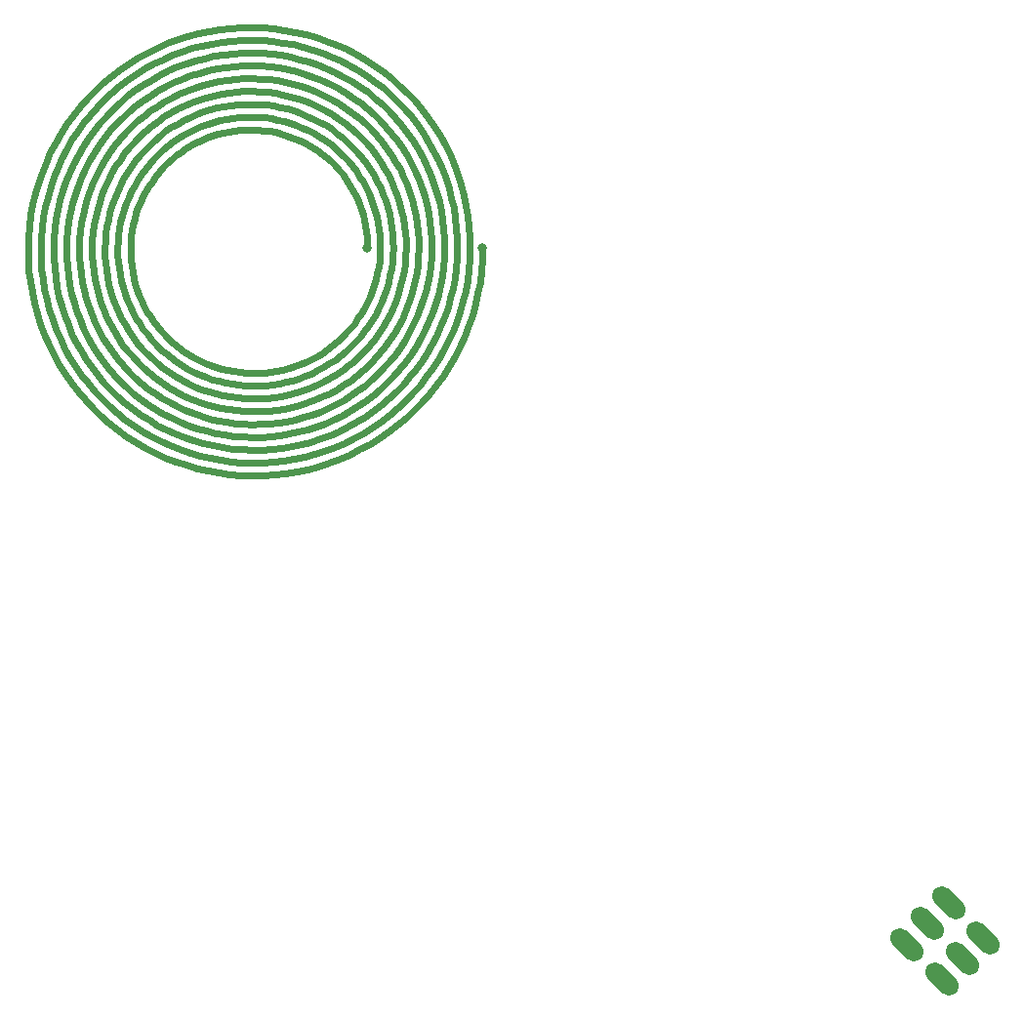
<source format=gtl>
G04 #@! TF.GenerationSoftware,KiCad,Pcbnew,8.0.4-1.fc40*
G04 #@! TF.CreationDate,2024-10-03T15:30:26-07:00*
G04 #@! TF.ProjectId,2024-rfid-sao,32303234-2d72-4666-9964-2d73616f2e6b,rev?*
G04 #@! TF.SameCoordinates,Original*
G04 #@! TF.FileFunction,Copper,L1,Top*
G04 #@! TF.FilePolarity,Positive*
%FSLAX46Y46*%
G04 Gerber Fmt 4.6, Leading zero omitted, Abs format (unit mm)*
G04 Created by KiCad (PCBNEW 8.0.4-1.fc40) date 2024-10-03 15:30:26*
%MOMM*%
%LPD*%
G01*
G04 APERTURE LIST*
G04 Aperture macros list*
%AMHorizOval*
0 Thick line with rounded ends*
0 $1 width*
0 $2 $3 position (X,Y) of the first rounded end (center of the circle)*
0 $4 $5 position (X,Y) of the second rounded end (center of the circle)*
0 Add line between two ends*
20,1,$1,$2,$3,$4,$5,0*
0 Add two circle primitives to create the rounded ends*
1,1,$1,$2,$3*
1,1,$1,$4,$5*%
G04 Aperture macros list end*
G04 #@! TA.AperFunction,EtchedComponent*
%ADD10C,0.600000*%
G04 #@! TD*
G04 #@! TA.AperFunction,ComponentPad*
%ADD11C,0.800000*%
G04 #@! TD*
G04 #@! TA.AperFunction,ComponentPad*
%ADD12HorizOval,1.700000X0.601041X-0.601041X-0.601041X0.601041X0*%
G04 #@! TD*
G04 APERTURE END LIST*
D10*
G04 #@! TO.C,L1*
X54215828Y-110910272D02*
X54247920Y-109956605D01*
X54230580Y-111864791D02*
X54215828Y-110910272D01*
X54247920Y-109956605D02*
X54326736Y-109006085D01*
X54292181Y-112817862D02*
X54230580Y-111864791D01*
X54326736Y-109006085D02*
X54452045Y-108061001D01*
X54400525Y-113767185D02*
X54292181Y-112817862D01*
X54452045Y-108061001D02*
X54623503Y-107123624D01*
X54555393Y-114710468D02*
X54400525Y-113767185D01*
X54623503Y-107123624D02*
X54840656Y-106196204D01*
X54756452Y-115645432D02*
X54555393Y-114710468D01*
X54840656Y-106196204D02*
X55102940Y-105280967D01*
X55003259Y-116569815D02*
X54756452Y-115645432D01*
X55102940Y-105280967D02*
X55409683Y-104380107D01*
X55295259Y-117481378D02*
X55003259Y-116569815D01*
X55326939Y-110910272D02*
X55357693Y-110011124D01*
X55340352Y-111810271D02*
X55326939Y-110910272D01*
X55357693Y-110011124D02*
X55432497Y-109114993D01*
X55397942Y-112708954D02*
X55340352Y-111810271D01*
X55409683Y-104380107D02*
X55760107Y-103495781D01*
X55432497Y-109114993D02*
X55551130Y-108224035D01*
X55499610Y-113604151D02*
X55397942Y-112708954D01*
X55551130Y-108224035D02*
X55713264Y-107340391D01*
X55631790Y-118377913D02*
X55295259Y-117481378D01*
X55645154Y-114493701D02*
X55499610Y-113604151D01*
X55713264Y-107340391D02*
X55918468Y-106466182D01*
X55760107Y-103495781D02*
X56153327Y-102630104D01*
X55834264Y-115375454D02*
X55645154Y-114493701D01*
X55918468Y-106466182D02*
X56166207Y-105603506D01*
X56012079Y-119257246D02*
X55631790Y-118377913D01*
X56066526Y-116247276D02*
X55834264Y-115375454D01*
X56153327Y-102630104D02*
X56588359Y-101785145D01*
X56166207Y-105603506D02*
X56455843Y-104754429D01*
X56341419Y-117107056D02*
X56066526Y-116247276D01*
X56435248Y-120117239D02*
X56012079Y-119257246D01*
X56438050Y-110910272D02*
X56467465Y-110065644D01*
X56450125Y-111755752D02*
X56438050Y-110910272D01*
X56455843Y-104754429D02*
X56786639Y-103920985D01*
X56467465Y-110065644D02*
X56538257Y-109223901D01*
X56503702Y-112600046D02*
X56450125Y-111755752D01*
X56538257Y-109223901D02*
X56650215Y-108387069D01*
X56588359Y-101785145D02*
X57064117Y-100962920D01*
X56598695Y-113441117D02*
X56503702Y-112600046D01*
X56650215Y-108387069D02*
X56803025Y-107557158D01*
X56658323Y-117952710D02*
X56341419Y-117107056D01*
X56734915Y-114276934D02*
X56598695Y-113441117D01*
X56786639Y-103920985D02*
X57157760Y-103105165D01*
X56803025Y-107557158D02*
X56996281Y-106736160D01*
X56900315Y-120955803D02*
X56435248Y-120117239D01*
X56912077Y-115105476D02*
X56734915Y-114276934D01*
X56996281Y-106736160D02*
X57229474Y-105926044D01*
X57016511Y-118782184D02*
X56658323Y-117952710D01*
X57064117Y-100962920D02*
X57579419Y-100165390D01*
X57129793Y-115924738D02*
X56912077Y-115105476D01*
X57157760Y-103105165D02*
X57568272Y-102308919D01*
X57229474Y-105926044D02*
X57502003Y-105128751D01*
X57387579Y-116732734D02*
X57129793Y-115924738D01*
X57406196Y-121770898D02*
X56900315Y-120955803D01*
X57415160Y-119593465D02*
X57016511Y-118782184D01*
X57502003Y-105128751D02*
X57813172Y-104346189D01*
X57549161Y-110910272D02*
X57577238Y-110120164D01*
X57559898Y-111701232D02*
X57549161Y-110910272D01*
X57568272Y-102308919D02*
X58017149Y-101534145D01*
X57577238Y-110120164D02*
X57644018Y-109332809D01*
X57579419Y-100165390D02*
X58132988Y-99394453D01*
X57609463Y-112491138D02*
X57559898Y-111701232D01*
X57644018Y-109332809D02*
X57749300Y-108550103D01*
X57684856Y-117527506D02*
X57387579Y-116732734D01*
X57697780Y-113278084D02*
X57609463Y-112491138D01*
X57749300Y-108550103D02*
X57892787Y-107773925D01*
X57813172Y-104346189D02*
X58162192Y-103580226D01*
X57824677Y-114060167D02*
X57697780Y-113278084D01*
X57853347Y-120384578D02*
X57415160Y-119593465D01*
X57892787Y-107773925D02*
X58074093Y-107006138D01*
X57951709Y-122560537D02*
X57406196Y-121770898D01*
X57989889Y-114835498D02*
X57824677Y-114060167D01*
X58017149Y-101534145D02*
X58503274Y-100782690D01*
X58020944Y-118307123D02*
X57684856Y-117527506D01*
X58074093Y-107006138D02*
X58292741Y-106248583D01*
X58132988Y-99394453D02*
X58723456Y-98651944D01*
X58162192Y-103580226D02*
X58548184Y-102832693D01*
X58193060Y-115602199D02*
X57989889Y-114835498D01*
X58292741Y-106248583D02*
X58548163Y-105503073D01*
X58330052Y-121153598D02*
X57853347Y-120384578D01*
X58395073Y-119069691D02*
X58020944Y-118307123D01*
X58433740Y-116358412D02*
X58193060Y-115602199D01*
X58503274Y-100782690D02*
X59025441Y-100056342D01*
X58535571Y-123322793D02*
X57951709Y-122560537D01*
X58548163Y-105503073D02*
X58839705Y-104771392D01*
X58548184Y-102832693D02*
X58970181Y-102105370D01*
X58660273Y-110910272D02*
X58687011Y-110174683D01*
X58669671Y-111646713D02*
X58660273Y-110910272D01*
X58687011Y-110174683D02*
X58749779Y-109441717D01*
X58711388Y-117102302D02*
X58433740Y-116358412D01*
X58715224Y-112382230D02*
X58669671Y-111646713D01*
X58723456Y-98651944D02*
X59349368Y-97939624D01*
X58749779Y-109441717D02*
X58848385Y-108713136D01*
X58796865Y-113115050D02*
X58715224Y-112382230D01*
X58806379Y-119813353D02*
X58395073Y-119069691D01*
X58839705Y-104771392D02*
X59166625Y-104055288D01*
X58844161Y-121898648D02*
X58330052Y-121153598D01*
X58848385Y-108713136D02*
X58982548Y-107990692D01*
X58914438Y-113843400D02*
X58796865Y-113115050D01*
X58970181Y-102105370D02*
X59427129Y-101399990D01*
X58982548Y-107990692D02*
X59151906Y-107276116D01*
X59025376Y-117832062D02*
X58711388Y-117102302D01*
X59025441Y-100056342D02*
X59582356Y-99356825D01*
X59067702Y-114565520D02*
X58914438Y-113843400D01*
X59151906Y-107276116D02*
X59356008Y-106571121D01*
X59156411Y-124055805D02*
X58535571Y-123322793D01*
X59166625Y-104055288D02*
X59528097Y-103356467D01*
X59253907Y-120536297D02*
X58806379Y-119813353D01*
X59256327Y-115279661D02*
X59067702Y-114565520D01*
X59349368Y-97939624D02*
X60009183Y-97259183D01*
X59356008Y-106571121D02*
X59594323Y-105877395D01*
X59374985Y-118545917D02*
X59025376Y-117832062D01*
X59394472Y-122617911D02*
X58844161Y-121898648D01*
X59427129Y-101399990D02*
X59917894Y-100718230D01*
X59479900Y-115984090D02*
X59256327Y-115279661D01*
X59528097Y-103356467D02*
X59923213Y-102676596D01*
X59582356Y-99356825D02*
X60172647Y-98685801D01*
X59594323Y-105877395D02*
X59866238Y-105196596D01*
X59736614Y-121236760D02*
X59253907Y-120536297D01*
X59737921Y-116677098D02*
X59479900Y-115984090D01*
X59759410Y-119242128D02*
X59374985Y-118545917D01*
X59771384Y-110910272D02*
X59796783Y-110229203D01*
X59779443Y-111592193D02*
X59771384Y-110910272D01*
X59796783Y-110229203D02*
X59855540Y-109550625D01*
X59812765Y-124757779D02*
X59156411Y-124055805D01*
X59820985Y-112273322D02*
X59779443Y-111592193D01*
X59855540Y-109550625D02*
X59947470Y-108876170D01*
X59866238Y-105196596D02*
X60171057Y-104530349D01*
X59895950Y-112952016D02*
X59820985Y-112273322D01*
X59917894Y-100718230D02*
X60441257Y-100061707D01*
X59923213Y-102676596D02*
X60350985Y-102017291D01*
X59947470Y-108876170D02*
X60072310Y-108207459D01*
X59979691Y-123309628D02*
X59394472Y-122617911D01*
X60004200Y-113626633D02*
X59895950Y-112952016D01*
X60009183Y-97259183D02*
X60701283Y-96612231D01*
X60029809Y-117357001D02*
X59737921Y-116677098D01*
X60072310Y-108207459D02*
X60229718Y-107546094D01*
X60145514Y-114295542D02*
X60004200Y-113626633D01*
X60171057Y-104530349D02*
X60508009Y-103880241D01*
X60172647Y-98685801D02*
X60794857Y-98044857D01*
X60177762Y-119918997D02*
X59759410Y-119242128D01*
X60229718Y-107546094D02*
X60419275Y-106893660D01*
X60253372Y-121913030D02*
X59736614Y-121236760D01*
X60319594Y-114957122D02*
X60145514Y-114295542D01*
X60350985Y-102017291D02*
X60810346Y-101380118D01*
X60354898Y-118022142D02*
X60029809Y-117357001D01*
X60419275Y-106893660D02*
X60640483Y-106251717D01*
X60441257Y-100061707D02*
X60995926Y-99431978D01*
X60503080Y-125426996D02*
X59812765Y-124757779D01*
X60508009Y-103880241D02*
X60876245Y-103247821D01*
X60526060Y-115609768D02*
X60319594Y-114957122D01*
X60598439Y-123972105D02*
X59979691Y-123309628D01*
X60629067Y-120574872D02*
X60177762Y-119918997D01*
X60640483Y-106251717D02*
X60892771Y-105621800D01*
X60701283Y-96612231D02*
X61423971Y-96000297D01*
X60712442Y-118670902D02*
X60354898Y-118022142D01*
X60764454Y-116251894D02*
X60526060Y-115609768D01*
X60794857Y-98044857D02*
X61447460Y-97435510D01*
X60802970Y-122563452D02*
X60253372Y-121913030D01*
X60810346Y-101380118D02*
X61300157Y-100766588D01*
X60876245Y-103247821D02*
X61274840Y-102634591D01*
X60882495Y-110910272D02*
X60906556Y-110283723D01*
X60889216Y-111537673D02*
X60882495Y-110910272D01*
X60892771Y-105621800D02*
X61175490Y-105005410D01*
X60906556Y-110283723D02*
X60961301Y-109659533D01*
X60926746Y-112164414D02*
X60889216Y-111537673D01*
X60961301Y-109659533D02*
X61046555Y-109039204D01*
X60995035Y-112788982D02*
X60926746Y-112164414D01*
X60995926Y-99431978D02*
X61580532Y-98830532D01*
X61034241Y-116881939D02*
X60764454Y-116251894D01*
X61046555Y-109039204D02*
X61162071Y-108424226D01*
X61093961Y-113409866D02*
X60995035Y-112788982D01*
X61101617Y-119301697D02*
X60712442Y-118670902D01*
X61112273Y-121208149D02*
X60629067Y-120574872D01*
X61162071Y-108424226D02*
X61307531Y-107816072D01*
X61175490Y-105005410D02*
X61487922Y-104404015D01*
X61223327Y-114025564D02*
X61093961Y-113409866D01*
X61225724Y-126061813D02*
X60503080Y-125426996D01*
X61249257Y-124603717D02*
X60598439Y-123972105D01*
X61274840Y-102634591D02*
X61702799Y-102042006D01*
X61300157Y-100766588D02*
X61819205Y-100178154D01*
X61307531Y-107816072D02*
X61482542Y-107216198D01*
X61334810Y-117498368D02*
X61034241Y-116881939D01*
X61382861Y-114634584D02*
X61223327Y-114025564D01*
X61384113Y-123186431D02*
X60802970Y-122563452D01*
X61423971Y-96000297D02*
X62175479Y-95424822D01*
X61447460Y-97435510D02*
X62128853Y-96859197D01*
X61482542Y-107216198D02*
X61686644Y-106626040D01*
X61487922Y-104404015D02*
X61829276Y-103819046D01*
X61521520Y-119912984D02*
X61101617Y-119301697D01*
X61572220Y-115235446D02*
X61382861Y-114634584D01*
X61580532Y-98830532D02*
X62193637Y-98258789D01*
X61626249Y-121817275D02*
X61112273Y-121208149D01*
X61665474Y-118099677D02*
X61334810Y-117498368D01*
X61686644Y-106626040D02*
X61919303Y-106047004D01*
X61702799Y-102042006D02*
X62159058Y-101471470D01*
X61790987Y-115826691D02*
X61572220Y-115235446D01*
X61819205Y-100178154D02*
X62366206Y-99616206D01*
X61829276Y-103819046D02*
X62198695Y-103251891D01*
X61919303Y-106047004D02*
X62179922Y-105480471D01*
X61930605Y-125202913D02*
X61249257Y-124603717D01*
X61971173Y-120503267D02*
X61521520Y-119912984D01*
X61978981Y-126660669D02*
X61225724Y-126061813D01*
X61993606Y-110910272D02*
X62016329Y-110338242D01*
X61995433Y-123780438D02*
X61384113Y-123186431D01*
X61998989Y-111483154D02*
X61993606Y-110910272D01*
X62016329Y-110338242D02*
X62067062Y-109768441D01*
X62025472Y-118684397D02*
X61665474Y-118099677D01*
X62032507Y-112055506D02*
X61998989Y-111483154D01*
X62038674Y-116406878D02*
X61790987Y-115826691D01*
X62067062Y-109768441D02*
X62145640Y-109202238D01*
X62094120Y-112625948D02*
X62032507Y-112055506D01*
X62128853Y-96859197D02*
X62837368Y-96317275D01*
X62145640Y-109202238D02*
X62251833Y-108640993D01*
X62159058Y-101471470D02*
X62642484Y-100924331D01*
X62169787Y-122400757D02*
X61626249Y-121817275D01*
X62175479Y-95424822D02*
X62953971Y-94887160D01*
X62179922Y-105480471D02*
X62467834Y-104927790D01*
X62183723Y-113193099D02*
X62094120Y-112625948D01*
X62193637Y-98258789D02*
X62833734Y-97718098D01*
X62198695Y-103251891D02*
X62595252Y-102703894D01*
X62251833Y-108640993D02*
X62385343Y-108086050D01*
X62301139Y-113755586D02*
X62183723Y-113193099D01*
X62314723Y-116974594D02*
X62038674Y-116406878D01*
X62366206Y-99616206D02*
X62939813Y-99082068D01*
X62385343Y-108086050D02*
X62545809Y-107538737D01*
X62413973Y-119251096D02*
X62025472Y-118684397D01*
X62446128Y-114312045D02*
X62301139Y-113755586D01*
X62449528Y-121071098D02*
X61971173Y-120503267D01*
X62467834Y-104927790D02*
X62782308Y-104390272D01*
X62545809Y-107538737D02*
X62732804Y-107000362D01*
X62595252Y-102703894D02*
X63017958Y-102176351D01*
X62618380Y-114861124D02*
X62446128Y-114312045D01*
X62618506Y-117528452D02*
X62314723Y-116974594D01*
X62635486Y-124344012D02*
X61995433Y-123780438D01*
X62640870Y-125768216D02*
X61930605Y-125202913D01*
X62642484Y-100924331D02*
X63151880Y-100401880D01*
X62732804Y-107000362D02*
X62945836Y-106472208D01*
X62741610Y-122957159D02*
X62169787Y-122400757D01*
X62761065Y-127222089D02*
X61978981Y-126660669D01*
X62782308Y-104390272D02*
X63122550Y-103869191D01*
X62817520Y-115401487D02*
X62618380Y-114861124D01*
X62830074Y-119798386D02*
X62413973Y-119251096D01*
X62833734Y-97718098D02*
X63499256Y-97209727D01*
X62837368Y-96317275D02*
X63571271Y-95811015D01*
X62939813Y-99082068D02*
X63538616Y-98576998D01*
X62945836Y-106472208D02*
X63184355Y-105955532D01*
X62949327Y-118067096D02*
X62618506Y-117528452D01*
X62953971Y-94887160D02*
X63757547Y-94388573D01*
X62955462Y-121615082D02*
X62449528Y-121071098D01*
X63017958Y-102176351D02*
X63465763Y-101670507D01*
X63043107Y-115931817D02*
X62817520Y-115401487D01*
X63104717Y-110910272D02*
X63126102Y-110392762D01*
X63108761Y-111428634D02*
X63104717Y-110910272D01*
X63122550Y-103869191D02*
X63487705Y-103365782D01*
X63126102Y-110392762D02*
X63172822Y-109877349D01*
X63138267Y-111946599D02*
X63108761Y-111428634D01*
X63151880Y-100401880D02*
X63685990Y-99905347D01*
X63172822Y-109877349D02*
X63244725Y-109365272D01*
X63184355Y-105955532D02*
X63447747Y-105451564D01*
X63193205Y-112462914D02*
X63138267Y-111946599D01*
X63244725Y-109365272D02*
X63341594Y-108857760D01*
X63272807Y-120324922D02*
X62830074Y-119798386D01*
X63273484Y-112976332D02*
X63193205Y-112462914D01*
X63294635Y-116450820D02*
X63043107Y-115931817D01*
X63302758Y-124875764D02*
X62635486Y-124344012D01*
X63306425Y-118589208D02*
X62949327Y-118067096D01*
X63340368Y-123485112D02*
X62741610Y-122957159D01*
X63341594Y-108857760D02*
X63463156Y-108356028D01*
X63378365Y-126298233D02*
X62640870Y-125768216D01*
X63378952Y-113485608D02*
X63273484Y-112976332D01*
X63447747Y-105451564D02*
X63735340Y-104961497D01*
X63463156Y-108356028D02*
X63609076Y-107861275D01*
X63465763Y-101670507D02*
X63937554Y-101187554D01*
X63487705Y-103365782D02*
X63876859Y-102881232D01*
X63487787Y-122133880D02*
X62955462Y-121615082D01*
X63499256Y-97209727D02*
X64188572Y-96734870D01*
X63509395Y-113989507D02*
X63378952Y-113485608D01*
X63538616Y-98576998D02*
X64161144Y-98102180D01*
X63570114Y-127744685D02*
X62761065Y-127222089D01*
X63571271Y-95811015D02*
X64328772Y-95341605D01*
X63571538Y-116957227D02*
X63294635Y-116450820D01*
X63609076Y-107861275D02*
X63778964Y-107374684D01*
X63664540Y-114486802D02*
X63509395Y-113989507D01*
X63685990Y-99905347D02*
X64243497Y-99435899D01*
X63688974Y-119093504D02*
X63306425Y-118589208D01*
X63735340Y-104961497D02*
X64046405Y-104486492D01*
X63741136Y-120829408D02*
X63272807Y-120324922D01*
X63757547Y-94388573D02*
X64584249Y-93930226D01*
X63778964Y-107374684D02*
X63972369Y-106897412D01*
X63844052Y-114976283D02*
X63664540Y-114486802D01*
X63873182Y-117449796D02*
X63571538Y-116957227D01*
X63876859Y-102881232D02*
X64289042Y-102416684D01*
X63937554Y-101187554D02*
X64432166Y-100728626D01*
X63964646Y-123983311D02*
X63340368Y-123485112D01*
X63972369Y-106897412D02*
X64188787Y-106430594D01*
X63995665Y-125374378D02*
X63302758Y-124875764D01*
X64045249Y-122626211D02*
X63487787Y-122133880D01*
X64046405Y-104486492D02*
X64380158Y-104027670D01*
X64047539Y-115456756D02*
X63844052Y-114976283D01*
X64096086Y-119578745D02*
X63688974Y-119093504D01*
X64141339Y-126791653D02*
X63378365Y-126298233D01*
X64161144Y-98102180D02*
X64805872Y-97658726D01*
X64188572Y-96734870D02*
X64899997Y-96294637D01*
X64188787Y-106430594D02*
X64427659Y-105975338D01*
X64198878Y-117927320D02*
X63873182Y-117449796D01*
X64233963Y-121310601D02*
X63741136Y-120829408D01*
X64243497Y-99435899D02*
X64823032Y-98994633D01*
X64274548Y-115927046D02*
X64047539Y-115456756D01*
X64289042Y-102416684D02*
X64723228Y-101973228D01*
X64328772Y-95341605D02*
X65108023Y-94910138D01*
X64380158Y-104027670D02*
X64735759Y-103586114D01*
X64404201Y-128227163D02*
X63570114Y-127744685D01*
X64427659Y-105975338D02*
X64688372Y-105532722D01*
X64432166Y-100728626D02*
X64948379Y-100294799D01*
X64524569Y-116386001D02*
X64274548Y-115927046D01*
X64526810Y-120043734D02*
X64096086Y-119578745D01*
X64547875Y-118388623D02*
X64198878Y-117927320D01*
X64584249Y-93930226D02*
X65432064Y-93513187D01*
X64612966Y-124450523D02*
X63964646Y-123983311D01*
X64626534Y-123090858D02*
X64045249Y-122626211D01*
X64688372Y-105532722D02*
X64970260Y-105103792D01*
X64712564Y-125838621D02*
X63995665Y-125374378D01*
X64723228Y-101973228D02*
X65178343Y-101551905D01*
X64735759Y-103586114D02*
X65112321Y-103162861D01*
X64750131Y-121767311D02*
X64233963Y-121310601D01*
X64797037Y-116832496D02*
X64524569Y-116386001D01*
X64805872Y-97658726D02*
X65471223Y-97247668D01*
X64823032Y-98994633D02*
X65423172Y-98582581D01*
X64899997Y-96294637D02*
X65631797Y-95890051D01*
X64919365Y-118832569D02*
X64547875Y-118388623D01*
X64927975Y-127247250D02*
X64141339Y-126791653D01*
X64948379Y-100294799D02*
X65484920Y-99887086D01*
X64970260Y-105103792D02*
X65272611Y-104689558D01*
X64980140Y-120487322D02*
X64526810Y-120043734D01*
X65091331Y-117265432D02*
X64797037Y-116832496D01*
X65108023Y-94910138D02*
X65907125Y-94517619D01*
X65112321Y-103162861D02*
X65508903Y-102758903D01*
X65178343Y-101551905D02*
X65653260Y-101153700D01*
X65230266Y-123526668D02*
X64626534Y-123090858D01*
X65261339Y-128668325D02*
X64404201Y-128227163D01*
X65272611Y-104689558D02*
X65594660Y-104290995D01*
X65283789Y-124885589D02*
X64612966Y-124450523D01*
X65288422Y-122198405D02*
X64750131Y-121767311D01*
X65312484Y-119258060D02*
X64919365Y-118832569D01*
X65406775Y-117683741D02*
X65091331Y-117265432D01*
X65423172Y-98582581D02*
X66042448Y-98200700D01*
X65432064Y-93513187D02*
X66298931Y-93138423D01*
X65451749Y-126267338D02*
X64712564Y-125838621D01*
X65455012Y-120908410D02*
X64980140Y-120487322D01*
X65471223Y-97247668D02*
X66155571Y-96869963D01*
X65484920Y-99887086D02*
X66040472Y-99506436D01*
X65508903Y-102758903D02*
X65924520Y-102375184D01*
X65594660Y-104290995D02*
X65935600Y-103909037D01*
X65631797Y-95890051D02*
X66382186Y-95522052D01*
X65653260Y-101153700D02*
X66146808Y-100779539D01*
X65726316Y-119664043D02*
X65312484Y-119258060D01*
X65736400Y-127663893D02*
X64927975Y-127247250D01*
X65742644Y-118086392D02*
X65406775Y-117683741D01*
X65847566Y-122602813D02*
X65288422Y-122198405D01*
X65855015Y-123932557D02*
X65230266Y-123526668D01*
X65907125Y-94517619D02*
X66724135Y-94164956D01*
X65924520Y-102375184D02*
X66358141Y-102012600D01*
X65935600Y-103909037D02*
X66294577Y-103544577D01*
X65950310Y-121305952D02*
X65455012Y-120908410D01*
X65975524Y-125287425D02*
X65283789Y-124885589D01*
X66040472Y-99506436D02*
X66613673Y-99153732D01*
X66042448Y-98200700D02*
X66679345Y-97849876D01*
X66098158Y-118472386D02*
X65742644Y-118086392D01*
X66139480Y-129067071D02*
X65261339Y-128668325D01*
X66146808Y-100779539D02*
X66657773Y-100430291D01*
X66155571Y-96869963D02*
X66857247Y-96526485D01*
X66159894Y-120049510D02*
X65726316Y-119664043D01*
X66211461Y-126659460D02*
X65451749Y-126267338D01*
X66294577Y-103544577D02*
X66670696Y-103198463D01*
X66298931Y-93138423D02*
X67182746Y-92806799D01*
X66358141Y-102012600D02*
X66808696Y-101671991D01*
X66382186Y-95522052D02*
X67149339Y-95191489D01*
X66426240Y-122979526D02*
X65847566Y-122602813D01*
X66464866Y-121678958D02*
X65950310Y-121305952D01*
X66472493Y-118840764D02*
X66098158Y-118472386D01*
X66499298Y-124307513D02*
X65855015Y-123932557D01*
X66564684Y-128040538D02*
X65736400Y-127663893D01*
X66612198Y-120413499D02*
X66159894Y-120049510D01*
X66613673Y-99153732D02*
X67203119Y-98829789D01*
X66657773Y-100430291D02*
X67184899Y-100106764D01*
X66670696Y-103198463D02*
X67063023Y-102871501D01*
X66679345Y-97849876D02*
X67332309Y-97530917D01*
X66686522Y-125655027D02*
X65975524Y-125287425D01*
X66724135Y-94164956D02*
X67557068Y-93852959D01*
X66808696Y-101671991D02*
X67275073Y-101354146D01*
X66857247Y-96526485D02*
X67574543Y-96218022D01*
X66864775Y-119190609D02*
X66472493Y-118840764D01*
X66989888Y-127014005D02*
X66211461Y-126659460D01*
X66997465Y-122026494D02*
X66464866Y-121678958D01*
X67023072Y-123327600D02*
X66426240Y-122979526D01*
X67036527Y-129422401D02*
X66139480Y-129067071D01*
X67063023Y-102871501D02*
X67470584Y-102564444D01*
X67082167Y-120755103D02*
X66612198Y-120413499D01*
X67149339Y-95191489D02*
X67931390Y-94899120D01*
X67161584Y-124650595D02*
X66499298Y-124307513D01*
X67182746Y-92806799D02*
X68081364Y-92519075D01*
X67184899Y-100106764D02*
X67726893Y-99809701D01*
X67203119Y-98829789D02*
X67807370Y-98535350D01*
X67274086Y-119521047D02*
X66864775Y-119190609D01*
X67275073Y-101354146D02*
X67756124Y-101059795D01*
X67332309Y-97530917D02*
X67999747Y-97244554D01*
X67410849Y-128376241D02*
X66564684Y-128040538D01*
X67415091Y-125987472D02*
X66686522Y-125655027D01*
X67470584Y-102564444D02*
X67892373Y-102278001D01*
X67546846Y-122347688D02*
X66997465Y-122026494D01*
X67557068Y-93852959D02*
X68403902Y-93582342D01*
X67568691Y-121073462D02*
X67082167Y-120755103D01*
X67574543Y-96218022D02*
X68305712Y-95945280D01*
X67636645Y-123646162D02*
X67023072Y-123327600D01*
X67699467Y-119831248D02*
X67274086Y-119521047D01*
X67726893Y-99809701D02*
X68282431Y-99539782D01*
X67756124Y-101059795D02*
X68250668Y-100789614D01*
X67785171Y-127330081D02*
X66989888Y-127014005D01*
X67807370Y-98535350D02*
X68424951Y-98271087D01*
X67840295Y-124960939D02*
X67161584Y-124650595D01*
X67892373Y-102278001D02*
X68327349Y-102012827D01*
X67931390Y-94899120D02*
X68726441Y-94645610D01*
X67950333Y-129733421D02*
X67036527Y-129422401D01*
X67999747Y-97244554D02*
X68680034Y-96991440D01*
X68070620Y-121367775D02*
X67568691Y-121073462D01*
X68081364Y-92519075D02*
X68992606Y-92275905D01*
X68111706Y-122641730D02*
X67546846Y-122347688D01*
X68139916Y-120120430D02*
X67699467Y-119831248D01*
X68159493Y-126283921D02*
X67415091Y-125987472D01*
X68250668Y-100789614D02*
X68757492Y-100544215D01*
X68265499Y-123934407D02*
X67636645Y-123646162D01*
X68272871Y-128670154D02*
X67410849Y-128376241D01*
X68282431Y-99539782D02*
X68850154Y-99297620D01*
X68305712Y-95945280D02*
X69048979Y-95708877D01*
X68327349Y-102012827D02*
X68774442Y-101769526D01*
X68403902Y-93582342D02*
X69262584Y-93353717D01*
X68424951Y-98271087D02*
X69054357Y-98037600D01*
X68533815Y-125237761D02*
X67840295Y-124960939D01*
X68586767Y-121637297D02*
X68070620Y-121367775D01*
X68594394Y-120387863D02*
X68139916Y-120120430D01*
X68595410Y-127606887D02*
X67785171Y-127330081D01*
X68680034Y-96991440D02*
X69371518Y-96772144D01*
X68690703Y-122907874D02*
X68111706Y-122641730D01*
X68726441Y-94645610D02*
X69532562Y-94431530D01*
X68757492Y-100544215D02*
X69275358Y-100324153D01*
X68774442Y-101769526D02*
X69232554Y-101548647D01*
X68850154Y-99297620D02*
X69428679Y-99083760D01*
X68878709Y-129999341D02*
X67950333Y-129733421D01*
X68908137Y-124191601D02*
X68265499Y-123934407D01*
X68917948Y-126543620D02*
X68159493Y-126283921D01*
X68992606Y-92275905D02*
X69914267Y-92077833D01*
X69048979Y-95708877D02*
X69802540Y-95509342D01*
X69054357Y-98037600D02*
X69694057Y-97835411D01*
X69061828Y-120632865D02*
X68594394Y-120387863D01*
X69115907Y-121881341D02*
X68586767Y-121637297D01*
X69148687Y-128921529D02*
X68272871Y-128670154D01*
X69232554Y-101548647D02*
X69700562Y-101350686D01*
X69240487Y-125480353D02*
X68533815Y-125237761D01*
X69262584Y-93353717D02*
X70131034Y-93167594D01*
X69275358Y-100324153D02*
X69803001Y-100129920D01*
X69282459Y-123145440D02*
X68690703Y-122907874D01*
X69371518Y-96772144D02*
X70072518Y-96587155D01*
X69418665Y-127843716D02*
X68595410Y-127606887D01*
X69428679Y-99083760D02*
X70016595Y-98898678D01*
X69532562Y-94431530D02*
X70347801Y-94257356D01*
X69541111Y-120854808D02*
X69061828Y-120632865D01*
X69563025Y-124417086D02*
X68908137Y-124191601D01*
X69656781Y-122099280D02*
X69115907Y-121881341D01*
X69688643Y-126765904D02*
X68917948Y-126543620D01*
X69694057Y-97835411D02*
X70342496Y-97664967D01*
X69700562Y-101350686D02*
X70177323Y-101176080D01*
X69802540Y-95509342D02*
X70564568Y-95347117D01*
X69803001Y-100129920D02*
X70339134Y-99961945D01*
X69819432Y-130219482D02*
X68878709Y-129999341D01*
X69885564Y-123353819D02*
X69282459Y-123145440D01*
X69914267Y-92077833D02*
X70844117Y-91925296D01*
X69958621Y-125688091D02*
X69240487Y-125480353D01*
X70016595Y-98898678D02*
X70612474Y-98742780D01*
X70031103Y-121053120D02*
X69541111Y-120854808D01*
X70036199Y-129129720D02*
X69148687Y-128921529D01*
X70072518Y-96587155D02*
X70781335Y-96436879D01*
X70131034Y-93167594D02*
X71007151Y-93024381D01*
X70177323Y-101176080D02*
X70661672Y-101025212D01*
X70208102Y-122290552D02*
X69656781Y-122099280D01*
X70228599Y-124610279D02*
X69563025Y-124417086D01*
X70252966Y-128039959D02*
X69418665Y-127843716D01*
X70339134Y-99961945D02*
X70882452Y-99820592D01*
X70342496Y-97664967D02*
X70998102Y-97526640D01*
X70347801Y-94257356D02*
X71170185Y-94123466D01*
X70469733Y-126950197D02*
X69688643Y-126765904D01*
X70498577Y-123532466D02*
X69885564Y-123353819D01*
X70530641Y-121227284D02*
X70031103Y-121053120D01*
X70564568Y-95347117D02*
X71333219Y-95222551D01*
X70612474Y-98742780D02*
X71214870Y-98616401D01*
X70661672Y-101025212D02*
X71152430Y-100898405D01*
X70686500Y-125860436D02*
X69958621Y-125688091D01*
X70768555Y-122454654D02*
X70208102Y-122290552D01*
X70770243Y-130393271D02*
X69819432Y-130219482D01*
X70781335Y-96436879D02*
X71496253Y-96321636D01*
X70844117Y-91925296D02*
X71779909Y-91818621D01*
X70882452Y-99820592D02*
X71431637Y-99706163D01*
X70903267Y-124770675D02*
X70228599Y-124610279D01*
X70933276Y-129294186D02*
X70036199Y-129129720D01*
X70998102Y-97526640D02*
X71659287Y-97420721D01*
X71007151Y-93024381D02*
X71888817Y-92924382D01*
X71038533Y-121376841D02*
X70530641Y-121227284D01*
X71096310Y-128195101D02*
X70252966Y-128039959D01*
X71120034Y-123680913D02*
X70498577Y-123532466D01*
X71152430Y-100898405D02*
X71648404Y-100795924D01*
X71170185Y-94123466D02*
X71997725Y-94030143D01*
X71214870Y-98616401D02*
X71822320Y-98519806D01*
X71259344Y-127096016D02*
X70469733Y-126950197D01*
X71333219Y-95222551D02*
X72106633Y-95135903D01*
X71336801Y-122591152D02*
X70768555Y-122454654D01*
X71422378Y-125996931D02*
X70686500Y-125860436D01*
X71431637Y-99706163D02*
X71985354Y-99618891D01*
X71496253Y-96321636D02*
X72215541Y-96241664D01*
X71553568Y-121501390D02*
X71038533Y-121376841D01*
X71585412Y-124897846D02*
X70903267Y-124770675D01*
X71648404Y-100795924D02*
X72148388Y-100717976D01*
X71659287Y-97420721D02*
X72324449Y-97347425D01*
X71728858Y-130520248D02*
X70770243Y-130393271D01*
X71748446Y-123798761D02*
X71120034Y-123680913D01*
X71779909Y-91818621D02*
X72719383Y-91758023D01*
X71822320Y-98519806D02*
X72433357Y-98453186D01*
X71837766Y-129414488D02*
X70933276Y-129294186D01*
X71888817Y-92924382D02*
X72773902Y-92867796D01*
X71911480Y-122699676D02*
X71336801Y-122591152D01*
X71946674Y-128308727D02*
X71096310Y-128195101D01*
X71985354Y-99618891D02*
X72542264Y-99558947D01*
X71997725Y-94030143D02*
X72828422Y-93977568D01*
X72055582Y-127202966D02*
X71259344Y-127096016D01*
X72074513Y-121600591D02*
X71553568Y-121501390D01*
X72106633Y-95135903D02*
X72882942Y-95087341D01*
X72148388Y-100717976D02*
X72651172Y-100664708D01*
X72164490Y-126097205D02*
X71422378Y-125996931D01*
X72215541Y-96241664D02*
X72937461Y-96197114D01*
X72273398Y-124991444D02*
X71585412Y-124897846D01*
X72324449Y-97347425D02*
X72991981Y-97306886D01*
X72382306Y-123885683D02*
X71748446Y-123798761D01*
X72433357Y-98453186D02*
X73046501Y-98416659D01*
X72491214Y-122779923D02*
X71911480Y-122699676D01*
X72542264Y-99558947D02*
X73101020Y-99526432D01*
X72600122Y-121674162D02*
X72074513Y-121600591D01*
X72651172Y-100664708D02*
X73155540Y-100636205D01*
X72692975Y-130600067D02*
X71728858Y-130520248D01*
X72719383Y-91758023D02*
X73660272Y-91743606D01*
X72747494Y-129490295D02*
X71837766Y-129414488D01*
X72773902Y-92867796D02*
X73660272Y-92854717D01*
X72802014Y-128380522D02*
X71946674Y-128308727D01*
X72828422Y-93977568D02*
X73660272Y-93965828D01*
X72856534Y-127270749D02*
X72055582Y-127202966D01*
X72882942Y-95087341D02*
X73660272Y-95076939D01*
X72911053Y-126160976D02*
X72164490Y-126097205D01*
X72937461Y-96197114D02*
X73660272Y-96188050D01*
X72965573Y-125051204D02*
X72273398Y-124991444D01*
X72991981Y-97306886D02*
X73660272Y-97299161D01*
X73020093Y-123941431D02*
X72382306Y-123885683D01*
X73046501Y-98416659D02*
X73660272Y-98410273D01*
X73074612Y-122831658D02*
X72491214Y-122779923D01*
X73101020Y-99526432D02*
X73660272Y-99521384D01*
X73129132Y-121721886D02*
X72600122Y-121674162D01*
X73155540Y-100636205D02*
X73660272Y-100632495D01*
X73660272Y-91743606D02*
X74600309Y-91775363D01*
X73660272Y-92854717D02*
X74545790Y-92885136D01*
X73660272Y-93965828D02*
X74491270Y-93994908D01*
X73660272Y-95076939D02*
X74436750Y-95104681D01*
X73660272Y-96188050D02*
X74382231Y-96214454D01*
X73660272Y-97299161D02*
X74327711Y-97324227D01*
X73660272Y-98410273D02*
X74273191Y-98433999D01*
X73660272Y-99521384D02*
X74218672Y-99543772D01*
X73660272Y-100632495D02*
X74164152Y-100653545D01*
X73660272Y-121743605D02*
X73129132Y-121721886D01*
X73660272Y-122854716D02*
X73074612Y-122831658D01*
X73660272Y-123965827D02*
X73020093Y-123941431D01*
X73660272Y-125076938D02*
X72965573Y-125051204D01*
X73660272Y-126188049D02*
X72911053Y-126160976D01*
X73660272Y-127299160D02*
X72856534Y-127270749D01*
X73660272Y-128410271D02*
X72802014Y-128380522D01*
X73660272Y-129521383D02*
X72747494Y-129490295D01*
X73660272Y-130632494D02*
X72692975Y-130600067D01*
X74164152Y-100653545D02*
X74665968Y-100699263D01*
X74192264Y-121739226D02*
X73660272Y-121743605D01*
X74218672Y-99543772D02*
X74774876Y-99593502D01*
X74246784Y-122848998D02*
X73660272Y-122854716D01*
X74273191Y-98433999D02*
X74883784Y-98487741D01*
X74301303Y-123958771D02*
X73660272Y-123965827D01*
X74327711Y-97324227D02*
X74992692Y-97381980D01*
X74355823Y-125068544D02*
X73660272Y-125076938D01*
X74382231Y-96214454D02*
X75101600Y-96276219D01*
X74410342Y-126178317D02*
X73660272Y-126188049D01*
X74436750Y-95104681D02*
X75210508Y-95170459D01*
X74464862Y-127288089D02*
X73660272Y-127299160D01*
X74491270Y-93994908D02*
X75319416Y-94064698D01*
X74519382Y-128397862D02*
X73660272Y-128410271D01*
X74545790Y-92885136D02*
X75428324Y-92958937D01*
X74573901Y-129507635D02*
X73660272Y-129521383D01*
X74600309Y-91775363D02*
X75537232Y-91853176D01*
X74628421Y-130617408D02*
X73660272Y-130632494D01*
X74665968Y-100699263D02*
X75164514Y-100769496D01*
X74723826Y-121708717D02*
X74192264Y-121739226D01*
X74774876Y-99593502D02*
X75327547Y-99670411D01*
X74832733Y-122814478D02*
X74246784Y-122848998D01*
X74883784Y-98487741D02*
X75490581Y-98571326D01*
X74941641Y-123920238D02*
X74301303Y-123958771D01*
X74992692Y-97381980D02*
X75653615Y-97472241D01*
X75050549Y-125025999D02*
X74355823Y-125068544D01*
X75101600Y-96276219D02*
X75816649Y-96373156D01*
X75159457Y-126131760D02*
X74410342Y-126178317D01*
X75164514Y-100769496D02*
X75658593Y-100864034D01*
X75210508Y-95170459D02*
X75979683Y-95274071D01*
X75253673Y-121652110D02*
X74723826Y-121708717D01*
X75268365Y-127237521D02*
X74464862Y-127288089D01*
X75319416Y-94064698D02*
X76142717Y-94174986D01*
X75327547Y-99670411D02*
X75875360Y-99774273D01*
X75377273Y-128343282D02*
X74519382Y-128397862D01*
X75416707Y-122751195D02*
X74832733Y-122814478D01*
X75428324Y-92958937D02*
X76305751Y-93075901D01*
X75486181Y-129449043D02*
X74573901Y-129507635D01*
X75490581Y-98571326D02*
X76092127Y-98684512D01*
X75537232Y-91853176D02*
X76468784Y-91976816D01*
X75579740Y-123850280D02*
X74941641Y-123920238D01*
X75595089Y-130554803D02*
X74628421Y-130617408D01*
X75653615Y-97472241D02*
X76308894Y-97594750D01*
X75658593Y-100864034D02*
X76147022Y-100982609D01*
X75742774Y-124949365D02*
X75050549Y-125025999D01*
X75780524Y-121569500D02*
X75253673Y-121652110D01*
X75816649Y-96373156D02*
X76525661Y-96504989D01*
X75875360Y-99774273D02*
X76417000Y-99904796D01*
X75905808Y-126048450D02*
X75159457Y-126131760D01*
X75979683Y-95274071D02*
X76742428Y-95415227D01*
X75997291Y-122659262D02*
X75416707Y-122751195D01*
X76068842Y-127147535D02*
X75268365Y-127237521D01*
X76092127Y-98684512D02*
X76686978Y-98826984D01*
X76142717Y-94174986D02*
X76959195Y-94325466D01*
X76147022Y-100982609D02*
X76628634Y-101124893D01*
X76214058Y-123749023D02*
X75579740Y-123850280D01*
X76231876Y-128246620D02*
X75377273Y-128343282D01*
X76303103Y-121461045D02*
X75780524Y-121569500D01*
X76305751Y-93075901D02*
X77175962Y-93235704D01*
X76308894Y-97594750D02*
X76956956Y-97749171D01*
X76394910Y-129345705D02*
X75486181Y-129449043D01*
X76417000Y-99904796D02*
X76951172Y-100061626D01*
X76430825Y-124838785D02*
X75742774Y-124949365D01*
X76468784Y-91976816D02*
X77392729Y-92145943D01*
X76525661Y-96504989D02*
X77226934Y-96671359D01*
X76557944Y-130444790D02*
X75595089Y-130554803D01*
X76573081Y-122538858D02*
X75997291Y-122659262D01*
X76628634Y-101124893D02*
X77102280Y-101290504D01*
X76647592Y-125928546D02*
X75905808Y-126048450D01*
X76686978Y-98826984D02*
X77273711Y-98998359D01*
X76742428Y-95415227D02*
X77496912Y-95593546D01*
X76820141Y-121326966D02*
X76303103Y-121461045D01*
X76843059Y-123616670D02*
X76214058Y-123749023D01*
X76864359Y-127018308D02*
X76068842Y-127147535D01*
X76951172Y-100061626D02*
X77476602Y-100244344D01*
X76956956Y-97749171D02*
X77596250Y-97935092D01*
X76959195Y-94325466D02*
X77766890Y-94515734D01*
X77081126Y-128108069D02*
X76231876Y-128246620D01*
X77102280Y-101290504D02*
X77566832Y-101479002D01*
X77113037Y-124694483D02*
X76430825Y-124838785D01*
X77142680Y-122390233D02*
X76573081Y-122538858D01*
X77175962Y-93235704D02*
X78036868Y-93437921D01*
X77226934Y-96671359D02*
X77918788Y-96871825D01*
X77273711Y-98998359D02*
X77850924Y-99198184D01*
X77297893Y-129197830D02*
X76394910Y-129345705D01*
X77330382Y-121167544D02*
X76820141Y-121326966D01*
X77383015Y-125772295D02*
X76647592Y-125928546D01*
X77392729Y-92145943D02*
X78306846Y-92360109D01*
X77465218Y-123453500D02*
X76843059Y-123616670D01*
X77476602Y-100244344D02*
X77992035Y-100452469D01*
X77496912Y-95593546D02*
X78241327Y-95808558D01*
X77514660Y-130287592D02*
X76557944Y-130444790D01*
X77566832Y-101479002D02*
X78021185Y-101689896D01*
X77596250Y-97935092D02*
X78225246Y-98152023D01*
X77652993Y-126850108D02*
X76864359Y-127018308D01*
X77704704Y-122213704D02*
X77142680Y-122390233D01*
X77766890Y-94515734D02*
X78563865Y-94745291D01*
X77787757Y-124516767D02*
X77113037Y-124694483D01*
X77832584Y-120983125D02*
X77330382Y-121167544D01*
X77850924Y-99198184D02*
X78417239Y-99425937D01*
X77918788Y-96871825D02*
X78599568Y-97105863D01*
X77922971Y-127927920D02*
X77081126Y-128108069D01*
X77992035Y-100452469D02*
X78496246Y-100685463D01*
X78021185Y-101689896D02*
X78464263Y-101922637D01*
X78036868Y-93437921D02*
X78886404Y-93682024D01*
X78079026Y-123259864D02*
X77465218Y-123453500D01*
X78110295Y-125580034D02*
X77383015Y-125772295D01*
X78192949Y-129005733D02*
X77297893Y-129197830D01*
X78225246Y-98152023D02*
X78842443Y-98399404D01*
X78241327Y-95808558D02*
X78973890Y-96059703D01*
X78257788Y-122009658D02*
X77704704Y-122213704D01*
X78306846Y-92360109D02*
X79208942Y-92618757D01*
X78325521Y-120774113D02*
X77832584Y-120983125D01*
X78417239Y-99425937D02*
X78971307Y-99681030D01*
X78432834Y-126643301D02*
X77652993Y-126850108D01*
X78453348Y-124306024D02*
X77787757Y-124516767D01*
X78462927Y-130083545D02*
X77514660Y-130287592D01*
X78464263Y-101922637D02*
X78895016Y-102176630D01*
X78496246Y-100685463D02*
X78988037Y-100942725D01*
X78563865Y-94745291D02*
X79348212Y-95013543D01*
X78599568Y-97105863D02*
X79267647Y-97372871D01*
X78682992Y-123036190D02*
X78079026Y-123259864D01*
X78755372Y-127706568D02*
X77922971Y-127927920D01*
X78800582Y-121778546D02*
X78257788Y-122009658D01*
X78807989Y-120540974D02*
X78325521Y-120774113D01*
X78827671Y-125352184D02*
X78110295Y-125580034D01*
X78842443Y-98399404D02*
X79446369Y-98676598D01*
X78886404Y-93682024D02*
X79722534Y-93967383D01*
X78895016Y-102176630D02*
X79312427Y-102451224D01*
X78971307Y-99681030D02*
X79511811Y-99962812D01*
X78973890Y-96059703D02*
X79692851Y-96346338D01*
X78988037Y-100942725D02*
X79466241Y-101223598D01*
X79077911Y-128769835D02*
X78192949Y-129005733D01*
X79108195Y-124062723D02*
X78453348Y-124306024D01*
X79201993Y-126398344D02*
X78432834Y-126643301D01*
X79208942Y-92618757D02*
X80096856Y-92921223D01*
X79267647Y-97372871D02*
X79921430Y-97672165D01*
X79275644Y-122782978D02*
X78682992Y-123036190D01*
X79278808Y-120284233D02*
X78807989Y-120540974D01*
X79312427Y-102451224D02*
X79715514Y-102745724D01*
X79331763Y-121520887D02*
X78800582Y-121778546D01*
X79348212Y-95013543D02*
X80118054Y-95319805D01*
X79400449Y-129833102D02*
X78462927Y-130083545D01*
X79446369Y-98676598D02*
X80035585Y-98982900D01*
X79466241Y-101223598D02*
X79929727Y-101527369D01*
X79511811Y-99962812D02*
X80037466Y-100270566D01*
X79533399Y-125089256D02*
X78827671Y-125352184D01*
X79576315Y-127444505D02*
X78755372Y-127706568D01*
X79692851Y-96346338D02*
X80396491Y-96667733D01*
X79715514Y-102745724D02*
X80103328Y-103059385D01*
X79722534Y-93967383D02*
X80543258Y-94293273D01*
X79736821Y-120004470D02*
X79278808Y-120284233D01*
X79750705Y-123787411D02*
X79108195Y-124062723D01*
X79850033Y-121237264D02*
X79331763Y-121520887D01*
X79855538Y-122500799D02*
X79275644Y-122782978D01*
X79921430Y-97672165D02*
X80559359Y-98002987D01*
X79929727Y-101527369D02*
X80377402Y-101853271D01*
X79950637Y-128490665D02*
X79077911Y-128769835D01*
X79958603Y-126115789D02*
X79201993Y-126398344D01*
X80035585Y-98982900D02*
X80608691Y-99317534D01*
X80037466Y-100270566D02*
X80547028Y-100603514D01*
X80096856Y-92921223D02*
X80968462Y-93266740D01*
X80103328Y-103059385D02*
X80474963Y-103391420D01*
X80118054Y-95319805D02*
X80871552Y-95663300D01*
X80180904Y-119702326D02*
X79736821Y-120004470D01*
X80225766Y-124791843D02*
X79533399Y-125089256D01*
X80324959Y-129536825D02*
X79400449Y-129833102D01*
X80354121Y-120928326D02*
X79850033Y-121237264D01*
X80377402Y-101853271D02*
X80808210Y-102200485D01*
X80379312Y-123480712D02*
X79750705Y-123787411D01*
X80383807Y-127142322D02*
X79576315Y-127444505D01*
X80396491Y-96667733D02*
X81083133Y-97023075D01*
X80421258Y-122190296D02*
X79855538Y-122500799D01*
X80474963Y-103391420D02*
X80829549Y-103740995D01*
X80543258Y-94293273D02*
X81346614Y-94658868D01*
X80547028Y-100603514D02*
X81039290Y-100960818D01*
X80559359Y-98002987D02*
X81179917Y-98364502D01*
X80608691Y-99317534D02*
X81164328Y-99679659D01*
X80609962Y-119378494D02*
X80180904Y-119702326D01*
X80700827Y-125796276D02*
X79958603Y-126115789D01*
X80808210Y-102200485D02*
X81221139Y-102568140D01*
X80809011Y-128168854D02*
X79950637Y-128490665D01*
X80829549Y-103740995D02*
X81166261Y-104107240D01*
X80842792Y-120594779D02*
X80354121Y-120928326D01*
X80871552Y-95663300D02*
X81606907Y-96043162D01*
X80903086Y-124460624D02*
X80225766Y-124791843D01*
X80968462Y-93266740D02*
X81821675Y-93654435D01*
X80971421Y-121852181D02*
X80421258Y-122190296D01*
X80992483Y-123143328D02*
X80379312Y-123480712D01*
X81022936Y-119033720D02*
X80609962Y-119378494D01*
X81039290Y-100960818D02*
X81513091Y-101341584D01*
X81083133Y-97023075D02*
X81751142Y-97411471D01*
X81164328Y-99679659D02*
X81701178Y-100068365D01*
X81166261Y-104107240D02*
X81484318Y-104489243D01*
X81175888Y-126800708D02*
X80383807Y-127142322D01*
X81179917Y-98364502D02*
X81781628Y-98755804D01*
X81221139Y-102568140D02*
X81615223Y-102955321D01*
X81234214Y-129195387D02*
X80324959Y-129536825D01*
X81314843Y-120237394D02*
X80842792Y-120594779D01*
X81346614Y-94658868D02*
X82130682Y-95063250D01*
X81418804Y-118668804D02*
X81022936Y-119033720D01*
X81426860Y-125440537D02*
X80700827Y-125796276D01*
X81484318Y-104489243D02*
X81782987Y-104886056D01*
X81504680Y-121487232D02*
X80971421Y-121852181D01*
X81513091Y-101341584D02*
X81967316Y-101744861D01*
X81563709Y-124096360D02*
X80903086Y-124460624D01*
X81588722Y-122776036D02*
X80992483Y-123143328D01*
X81606907Y-96043162D02*
X82322367Y-96458439D01*
X81615223Y-102955321D02*
X81989540Y-103361064D01*
X81650950Y-127805141D02*
X80809011Y-128168854D01*
X81701178Y-100068365D02*
X82217973Y-100482684D01*
X81751142Y-97411471D02*
X82398928Y-97831948D01*
X81769113Y-119856999D02*
X81314843Y-120237394D01*
X81781628Y-98755804D02*
X82363066Y-99175912D01*
X81782987Y-104886056D02*
X82061579Y-105296698D01*
X81796584Y-118284595D02*
X81418804Y-118668804D01*
X81821675Y-93654435D02*
X82654456Y-94083337D01*
X81950634Y-126420449D02*
X81175888Y-126800708D01*
X81967316Y-101744861D02*
X82400897Y-102169647D01*
X81989540Y-103361064D02*
X82343219Y-103784362D01*
X82019725Y-121096295D02*
X81504680Y-121487232D01*
X82061579Y-105296698D02*
X82319459Y-105720155D01*
X82126011Y-128809573D02*
X81234214Y-129195387D01*
X82130682Y-95063250D02*
X82893592Y-95505407D01*
X82134934Y-125049392D02*
X81426860Y-125440537D01*
X82155334Y-117881989D02*
X81796584Y-118284595D01*
X82166568Y-122379685D02*
X81588722Y-122776036D01*
X82204478Y-119454478D02*
X81769113Y-119856999D01*
X82206022Y-123699891D02*
X81563709Y-124096360D01*
X82217973Y-100482684D02*
X82713492Y-100921582D01*
X82319459Y-105720155D02*
X82556040Y-106155385D01*
X82322367Y-96458439D02*
X83016229Y-96908093D01*
X82343219Y-103784362D02*
X82675439Y-104224168D01*
X82363066Y-99175912D02*
X82922854Y-99623783D01*
X82398928Y-97831948D02*
X83024954Y-98283460D01*
X82400897Y-102169647D02*
X82812819Y-102614887D01*
X82474408Y-127400362D02*
X81650950Y-127805141D01*
X82494160Y-117461930D02*
X82155334Y-117881989D01*
X82515289Y-120680278D02*
X82019725Y-121096295D01*
X82556040Y-106155385D02*
X82770789Y-106601319D01*
X82619863Y-119030772D02*
X82204478Y-119454478D01*
X82654456Y-94083337D02*
X83464818Y-94552375D01*
X82675439Y-104224168D02*
X82985434Y-104679398D01*
X82706159Y-126002423D02*
X81950634Y-126420449D01*
X82713492Y-100921582D02*
X83186571Y-101383973D01*
X82724606Y-121955195D02*
X82166568Y-122379685D01*
X82770789Y-106601319D02*
X82963225Y-107056863D01*
X82812211Y-117025402D02*
X82494160Y-117461930D01*
X82812819Y-102614887D02*
X83202119Y-103079480D01*
X82823322Y-124623746D02*
X82134934Y-125049392D01*
X82828456Y-123272137D02*
X82206022Y-123699891D01*
X82893592Y-95505407D02*
X83633529Y-95984238D01*
X82922854Y-99623783D02*
X83459669Y-100098303D01*
X82963225Y-107056863D02*
X83132924Y-107520903D01*
X82985434Y-104679398D02*
X83272491Y-105148930D01*
X82990153Y-120240153D02*
X82515289Y-120680278D01*
X82998183Y-128380274D02*
X82126011Y-128809573D01*
X83014235Y-118586871D02*
X82619863Y-119030772D01*
X83016229Y-96908093D02*
X83686842Y-97391007D01*
X83024954Y-98283460D02*
X83627735Y-98764883D01*
X83108688Y-116573435D02*
X82812211Y-117025402D01*
X83132924Y-107520903D02*
X83279515Y-107992307D01*
X83186571Y-101383973D02*
X83636098Y-101868711D01*
X83202119Y-103079480D02*
X83567892Y-103562280D01*
X83261466Y-121503557D02*
X82724606Y-121955195D01*
X83272491Y-105148930D02*
X83535952Y-105631611D01*
X83277384Y-126955455D02*
X82474408Y-127400362D01*
X83279515Y-107992307D02*
X83402686Y-108469925D01*
X83382841Y-116107093D02*
X83108688Y-116573435D01*
X83386613Y-118123818D02*
X83014235Y-118586871D01*
X83402686Y-108469925D02*
X83502179Y-108952595D01*
X83429488Y-122814096D02*
X82828456Y-123272137D01*
X83440622Y-125547601D02*
X82706159Y-126002423D01*
X83443142Y-119776948D02*
X82990153Y-120240153D01*
X83459669Y-100098303D02*
X83972245Y-100598299D01*
X83464818Y-94552375D02*
X84250829Y-95060383D01*
X83490344Y-124164590D02*
X82823322Y-124623746D01*
X83502179Y-108952595D02*
X83577796Y-109439147D01*
X83535952Y-105631611D02*
X83775221Y-106126258D01*
X83567892Y-103562280D02*
X83909289Y-104062098D01*
X83577796Y-109439147D02*
X83629396Y-109928399D01*
X83627735Y-98764883D02*
X84205846Y-99275024D01*
X83629396Y-109928399D02*
X83656896Y-110419170D01*
X83633529Y-95984238D02*
X84348730Y-96498554D01*
X83633973Y-115627481D02*
X83382841Y-116107093D01*
X83636098Y-101868711D02*
X84061020Y-102374599D01*
X83656896Y-110419170D02*
X83660271Y-110910272D01*
X83686842Y-97391007D02*
X84332617Y-97905982D01*
X83736066Y-117642702D02*
X83386613Y-118123818D01*
X83775221Y-106126258D02*
X83989758Y-106631659D01*
X83775827Y-121025827D02*
X83261466Y-121503557D01*
X83848610Y-127908487D02*
X82998183Y-128380274D01*
X83861441Y-115135734D02*
X83633973Y-115627481D01*
X83873135Y-119291752D02*
X83443142Y-119776948D01*
X83909289Y-104062098D02*
X84225522Y-104577705D01*
X83972245Y-100598299D02*
X84459377Y-101122534D01*
X83989758Y-106631659D02*
X84179084Y-107146581D01*
X84007643Y-122326836D02*
X83429488Y-122814096D01*
X84057923Y-126471456D02*
X83277384Y-126955455D01*
X84061020Y-102374599D02*
X84460345Y-102900392D01*
X84061720Y-117144660D02*
X83736066Y-117642702D01*
X84064660Y-114633021D02*
X83861441Y-115135734D01*
X84134369Y-123672996D02*
X83490344Y-124164590D01*
X84152232Y-125057043D02*
X83440622Y-125547601D01*
X84179084Y-107146581D02*
X84342783Y-107669768D01*
X84205846Y-99275024D02*
X84757920Y-99812624D01*
X84225522Y-104577705D02*
X84515865Y-105107837D01*
X84243101Y-114120538D02*
X84064660Y-114633021D01*
X84250829Y-95060383D02*
X85010618Y-95606101D01*
X84266421Y-120523125D02*
X83775827Y-121025827D01*
X84279066Y-118785706D02*
X83873135Y-119291752D01*
X84332617Y-97905982D02*
X84952022Y-98451745D01*
X84342783Y-107669768D02*
X84480499Y-108199947D01*
X84348730Y-96498554D02*
X85037498Y-97047082D01*
X84362754Y-116630867D02*
X84061720Y-117144660D01*
X84396294Y-113599505D02*
X84243101Y-114120538D01*
X84459377Y-101122534D02*
X84919920Y-101669718D01*
X84460345Y-102900392D02*
X84833144Y-103444797D01*
X84480499Y-108199947D02*
X84591941Y-108735828D01*
X84515865Y-105107837D02*
X84779654Y-105651196D01*
X84523831Y-113071168D02*
X84396294Y-113599505D01*
X84561501Y-121811501D02*
X84007643Y-122326836D01*
X84591941Y-108735828D02*
X84676881Y-109276113D01*
X84625362Y-112536789D02*
X84523831Y-113071168D01*
X84638405Y-116102542D02*
X84362754Y-116630867D01*
X84659922Y-118260003D02*
X84279066Y-118785706D01*
X84675223Y-127395311D02*
X83848610Y-127908487D01*
X84676881Y-109276113D02*
X84735157Y-109819491D01*
X84700602Y-111997649D02*
X84625362Y-112536789D01*
X84732036Y-119996634D02*
X84266421Y-120523125D01*
X84735157Y-109819491D02*
X84766669Y-110364650D01*
X84749329Y-111455042D02*
X84700602Y-111997649D01*
X84753819Y-123150115D02*
X84134369Y-123672996D01*
X84757920Y-99812624D02*
X85282656Y-100376357D01*
X84766669Y-110364650D02*
X84771383Y-110910272D01*
X84771383Y-110910272D02*
X84749329Y-111455042D01*
X84779654Y-105651196D02*
X85016291Y-106206455D01*
X84814120Y-125949496D02*
X84057923Y-126471456D01*
X84833144Y-103444797D02*
X85178554Y-104006480D01*
X84839250Y-124531897D02*
X84152232Y-125057043D01*
X84887974Y-115560938D02*
X84638405Y-116102542D01*
X84919920Y-101669718D02*
X85352798Y-102238504D01*
X84952022Y-98451745D02*
X85543594Y-99026950D01*
X85010618Y-95606101D02*
X85742380Y-96188181D01*
X85014752Y-117715885D02*
X84659922Y-118260003D01*
X85016291Y-106206455D02*
X85225244Y-106772259D01*
X85037498Y-97047082D02*
X85698199Y-97628466D01*
X85089700Y-121269302D02*
X84561501Y-121811501D01*
X85110820Y-115007343D02*
X84887974Y-115560938D01*
X85171518Y-119447594D02*
X84732036Y-119996634D01*
X85178554Y-104006480D02*
X85495777Y-104584063D01*
X85225244Y-106772259D02*
X85406050Y-107347230D01*
X85282656Y-100376357D02*
X85778821Y-100964836D01*
X85306368Y-114443076D02*
X85110820Y-115007343D01*
X85342666Y-117154641D02*
X85014752Y-117715885D01*
X85347175Y-122597175D02*
X84753819Y-123150115D01*
X85352798Y-102238504D02*
X85757000Y-102827497D01*
X85406050Y-107347230D02*
X85558311Y-107929969D01*
X85474107Y-113869483D02*
X85306368Y-114443076D01*
X85476009Y-126841949D02*
X84675223Y-127395311D01*
X85495777Y-104584063D02*
X85784086Y-105176135D01*
X85499996Y-123973394D02*
X84839250Y-124531897D01*
X85543594Y-99026950D02*
X86105935Y-99630181D01*
X85544132Y-125390797D02*
X84814120Y-125949496D01*
X85558311Y-107929969D02*
X85681702Y-108519061D01*
X85583777Y-118877303D02*
X85171518Y-119447594D01*
X85590936Y-120701515D02*
X85089700Y-121269302D01*
X85613592Y-113287935D02*
X85474107Y-113869483D01*
X85642838Y-116577603D02*
X85342666Y-117154641D01*
X85681702Y-108519061D02*
X85775966Y-109113079D01*
X85698199Y-97628466D02*
X86329268Y-98241276D01*
X85724447Y-112699823D02*
X85613592Y-113287935D01*
X85742380Y-96188181D02*
X86444376Y-96805187D01*
X85757000Y-102827497D02*
X86131586Y-103435254D01*
X85775966Y-109113079D02*
X85840918Y-109710584D01*
X85778821Y-100964836D02*
X86245251Y-101576616D01*
X85784086Y-105176135D02*
X86042824Y-105781251D01*
X85806363Y-112106557D02*
X85724447Y-112699823D01*
X85840918Y-109710584D02*
X85876442Y-110310131D01*
X85859101Y-111509562D02*
X85806363Y-112106557D01*
X85876442Y-110310131D02*
X85882494Y-110910272D01*
X85882494Y-110910272D02*
X85859101Y-111509562D01*
X85912979Y-122015478D02*
X85347175Y-122597175D01*
X85914507Y-115986142D02*
X85642838Y-116577603D01*
X85967784Y-118287110D02*
X85583777Y-118877303D01*
X86042824Y-105781251D02*
X86271404Y-106397937D01*
X86063971Y-120109482D02*
X85590936Y-120701515D01*
X86105935Y-99630181D02*
X86637721Y-100259955D01*
X86131586Y-103435254D02*
X86475690Y-104060289D01*
X86132849Y-123382849D02*
X85499996Y-123973394D01*
X86156980Y-115381665D02*
X85914507Y-115986142D01*
X86245251Y-101576616D02*
X86680855Y-102210197D01*
X86246172Y-124796673D02*
X85544132Y-125390797D01*
X86249013Y-126249698D02*
X85476009Y-126841949D01*
X86271404Y-106397937D02*
X86469317Y-107024691D01*
X86322579Y-117678416D02*
X85967784Y-118287110D01*
X86329268Y-98241276D02*
X86929214Y-98884004D01*
X86369635Y-114765615D02*
X86156980Y-115381665D01*
X86444376Y-96805187D02*
X87114942Y-97455602D01*
X86449837Y-121406396D02*
X85912979Y-122015478D01*
X86469317Y-107024691D02*
X86636124Y-107659991D01*
X86475690Y-104060289D02*
X86788519Y-104701074D01*
X86507632Y-119494603D02*
X86063971Y-120109482D01*
X86551919Y-114139461D02*
X86369635Y-114765615D01*
X86636124Y-107659991D02*
X86771464Y-108302294D01*
X86637721Y-100259955D02*
X87137703Y-100914728D01*
X86647270Y-117052665D02*
X86322579Y-117678416D01*
X86680855Y-102210197D02*
X87084618Y-102864029D01*
X86703354Y-113504702D02*
X86551919Y-114139461D01*
X86736258Y-122761655D02*
X86132849Y-123382849D01*
X86771464Y-108302294D02*
X86875051Y-108950045D01*
X86788519Y-104701074D02*
X87069356Y-105356048D01*
X86823532Y-112862857D02*
X86703354Y-113504702D01*
X86875051Y-108950045D02*
X86946679Y-109601676D01*
X86912124Y-112215465D02*
X86823532Y-112862857D01*
X86918524Y-124168524D02*
X86246172Y-124796673D01*
X86920815Y-118858336D02*
X86507632Y-119494603D01*
X86929214Y-98884004D02*
X87496622Y-99555073D01*
X86941040Y-116411346D02*
X86647270Y-117052665D01*
X86946679Y-109601676D02*
X86986214Y-110255611D01*
X86956424Y-120771370D02*
X86449837Y-121406396D01*
X86968874Y-111564081D02*
X86912124Y-112215465D01*
X86986214Y-110255611D02*
X86993605Y-110910272D01*
X86992349Y-125619952D02*
X86249013Y-126249698D01*
X86993605Y-110910272D02*
X86968874Y-111564081D01*
X87069356Y-105356048D02*
X87317564Y-106023615D01*
X87084618Y-102864029D02*
X87455602Y-103536515D01*
X87114942Y-97455602D02*
X87752493Y-98137827D01*
X87137703Y-100914728D02*
X87604710Y-101592897D01*
X87203141Y-115755988D02*
X86941040Y-116411346D01*
X87302491Y-118202190D02*
X86920815Y-118858336D01*
X87308737Y-122111278D02*
X86736258Y-122761655D01*
X87317564Y-106023615D02*
X87532584Y-106702153D01*
X87431487Y-120111903D02*
X86956424Y-120771370D01*
X87432902Y-115088153D02*
X87203141Y-115755988D01*
X87455602Y-103536515D02*
X87792951Y-104226013D01*
X87496622Y-99555073D02*
X88030156Y-100252840D01*
X87532584Y-106702153D02*
X87713936Y-107390013D01*
X87559537Y-123507831D02*
X86918524Y-124168524D01*
X87604710Y-101592897D02*
X88037650Y-102292804D01*
X87629732Y-114409439D02*
X87432902Y-115088153D01*
X87651703Y-117527726D02*
X87302491Y-118202190D01*
X87704198Y-124954198D02*
X86992349Y-125619952D01*
X87713936Y-107390013D02*
X87861225Y-108085527D01*
X87752493Y-98137827D02*
X88355522Y-98850192D01*
X87792951Y-104226013D02*
X88095889Y-104930844D01*
X87793115Y-113721469D02*
X87629732Y-114409439D01*
X87848877Y-121433258D02*
X87308737Y-122111278D01*
X87861225Y-108085527D02*
X87974136Y-108787011D01*
X87873847Y-119429561D02*
X87431487Y-120111903D01*
X87922617Y-113025891D02*
X87793115Y-113721469D01*
X87967573Y-116836550D02*
X87651703Y-117527726D01*
X87974136Y-108787011D02*
X88052440Y-109492768D01*
X88017884Y-112324373D02*
X87922617Y-113025891D01*
X88030156Y-100252840D02*
X88528565Y-100975596D01*
X88037650Y-102292804D02*
X88435515Y-103012740D01*
X88052440Y-109492768D02*
X88095987Y-110201091D01*
X88078647Y-111618601D02*
X88017884Y-112324373D01*
X88095889Y-104930844D02*
X88363724Y-105649293D01*
X88095987Y-110201091D02*
X88104716Y-110910272D01*
X88104716Y-110910272D02*
X88078647Y-111618601D01*
X88167638Y-122816159D02*
X87559537Y-123507831D01*
X88249301Y-116130310D02*
X87967573Y-116836550D01*
X88282404Y-118725964D02*
X87873847Y-119429561D01*
X88355342Y-120729204D02*
X87848877Y-121433258D01*
X88355522Y-98850192D02*
X88922609Y-99590952D01*
X88363724Y-105649293D02*
X88595851Y-106379614D01*
X88382816Y-124254008D02*
X87704198Y-124954198D01*
X88435515Y-103012740D02*
X88797384Y-103750952D01*
X88496169Y-115410692D02*
X88249301Y-116130310D01*
X88528565Y-100975596D02*
X88990681Y-101721578D01*
X88595851Y-106379614D02*
X88791749Y-107120035D01*
X88656136Y-118002787D02*
X88282404Y-118725964D01*
X88707544Y-114679417D02*
X88496169Y-115410692D01*
X88741330Y-122095146D02*
X88167638Y-122816159D01*
X88791749Y-107120035D02*
X88950986Y-107868760D01*
X88797384Y-103750952D02*
X89122422Y-104505640D01*
X88826879Y-120000786D02*
X88355342Y-120729204D01*
X88882876Y-113938236D02*
X88707544Y-114679417D01*
X88922609Y-99590952D02*
X89452420Y-100358296D01*
X88950986Y-107868760D02*
X89073221Y-108623977D01*
X88990681Y-101721578D02*
X89415427Y-102488966D01*
X88994105Y-117261753D02*
X88656136Y-118002787D01*
X89021702Y-113188924D02*
X88882876Y-113938236D01*
X89026538Y-123521041D02*
X88382816Y-124254008D01*
X89073221Y-108623977D02*
X89158200Y-109383860D01*
X89122422Y-104505640D02*
X89409884Y-105274971D01*
X89123645Y-112433281D02*
X89021702Y-113188924D01*
X89158200Y-109383860D02*
X89205760Y-110146572D01*
X89188420Y-111673120D02*
X89123645Y-112433281D01*
X89205760Y-110146572D02*
X89215827Y-110910272D01*
X89215827Y-110910272D02*
X89188420Y-111673120D01*
X89262316Y-119249738D02*
X88826879Y-120000786D01*
X89279197Y-121346504D02*
X88741330Y-122095146D01*
X89295461Y-116504632D02*
X88994105Y-117261753D01*
X89409884Y-105274971D02*
X89659118Y-106057076D01*
X89415427Y-102488966D02*
X89801816Y-103275890D01*
X89452420Y-100358296D02*
X89943713Y-101150353D01*
X89559436Y-115733230D02*
X89295461Y-116504632D01*
X89633782Y-122757035D02*
X89026538Y-123521041D01*
X89659118Y-106057076D02*
X89869561Y-106850057D01*
X89660568Y-118477848D02*
X89262316Y-119249738D01*
X89779911Y-120572011D02*
X89279197Y-121346504D01*
X89785357Y-114949395D02*
X89559436Y-115733230D01*
X89801816Y-103275890D02*
X90148955Y-104080436D01*
X89869561Y-106850057D02*
X90040748Y-107651993D01*
X89943713Y-101150353D02*
X90395340Y-101965192D01*
X89972638Y-114155003D02*
X89785357Y-114949395D01*
X90020638Y-117686957D02*
X89660568Y-118477848D01*
X90040748Y-107651993D02*
X90172306Y-108460943D01*
X90120787Y-113351958D02*
X89972638Y-114155003D01*
X90148955Y-104080436D02*
X90456045Y-104900649D01*
X90172306Y-108460943D02*
X90263961Y-109274952D01*
X90203052Y-121963804D02*
X89633782Y-122757035D01*
X90229406Y-112542189D02*
X90120787Y-113351958D01*
X90242229Y-119773512D02*
X89779911Y-120572011D01*
X90263961Y-109274952D02*
X90315533Y-110092052D01*
X90298192Y-111727640D02*
X90229406Y-112542189D01*
X90315533Y-110092052D02*
X90326938Y-110910272D01*
X90326938Y-110910272D02*
X90298192Y-111727640D01*
X90341621Y-116878954D02*
X90020638Y-117686957D01*
X90395340Y-101965192D02*
X90806249Y-102800829D01*
X90456045Y-104900649D02*
X90722385Y-105734537D01*
X90622703Y-116055769D02*
X90341621Y-116878954D01*
X90665001Y-118952909D02*
X90242229Y-119773512D01*
X90722385Y-105734537D02*
X90947374Y-106580079D01*
X90732943Y-121143237D02*
X90203052Y-121963804D01*
X90806249Y-102800829D02*
X91175488Y-103655232D01*
X90863170Y-115219373D02*
X90622703Y-116055769D01*
X90947374Y-106580079D02*
X91130509Y-107435226D01*
X91047171Y-118112161D02*
X90665001Y-118952909D01*
X91062399Y-114371770D02*
X90863170Y-115219373D01*
X91130509Y-107435226D02*
X91271391Y-108297910D01*
X91175488Y-103655232D02*
X91502205Y-104526327D01*
X91219872Y-113514992D02*
X91062399Y-114371770D01*
X91222141Y-120297286D02*
X90732943Y-121143237D01*
X91271391Y-108297910D02*
X91369722Y-109166044D01*
X91335167Y-112651097D02*
X91219872Y-113514992D01*
X91369722Y-109166044D02*
X91425305Y-110037532D01*
X91387781Y-117253276D02*
X91047171Y-118112161D01*
X91407965Y-111782160D02*
X91335167Y-112651097D01*
X91425305Y-110037532D02*
X91438049Y-110910272D01*
X91438049Y-110910272D02*
X91407965Y-111782160D01*
X91502205Y-104526327D02*
X91785652Y-105411998D01*
X91669433Y-119427971D02*
X91222141Y-120297286D01*
X91685971Y-116378308D02*
X91387781Y-117253276D01*
X91785652Y-105411998D02*
X92025186Y-106310101D01*
X91940982Y-115489351D02*
X91685971Y-116378308D01*
X92025186Y-106310101D02*
X92220271Y-107218459D01*
X92073704Y-118537365D02*
X91669433Y-119427971D01*
X92152161Y-114588537D02*
X91940982Y-115489351D01*
X92220271Y-107218459D02*
X92370476Y-108134876D01*
X92318957Y-113678026D02*
X92152161Y-114588537D01*
X92370476Y-108134876D02*
X92475483Y-109057136D01*
X92433941Y-117627598D02*
X92073704Y-118537365D01*
X92440928Y-112760005D02*
X92318957Y-113678026D01*
X92475483Y-109057136D02*
X92535078Y-109983013D01*
X92517738Y-111836679D02*
X92440928Y-112760005D01*
X92535078Y-109983013D02*
X92549160Y-110910272D01*
X92549160Y-110910272D02*
X92517738Y-111836679D01*
X92749238Y-116700846D02*
X92433941Y-117627598D01*
X93018795Y-115759329D02*
X92749238Y-116700846D01*
X93241922Y-114805304D02*
X93018795Y-115759329D01*
X93418042Y-113841060D02*
X93241922Y-114805304D01*
X93546689Y-112868913D02*
X93418042Y-113841060D01*
X93627511Y-111891199D02*
X93546689Y-112868913D01*
X93660272Y-110910272D02*
X93627511Y-111891199D01*
G04 #@! TD*
D11*
G04 #@! TO.P,L1,1,1*
G04 #@! TO.N,/AC0*
X83660272Y-110910272D03*
G04 #@! TO.P,L1,2,2*
G04 #@! TO.N,/AC1*
X93660272Y-110910272D03*
G04 #@! TD*
D12*
G04 #@! TO.P,X1,1,VCC*
G04 #@! TO.N,+3.3V*
X130469231Y-171311334D03*
G04 #@! TO.P,X1,2,GND*
G04 #@! TO.N,GND*
X133467364Y-174309467D03*
G04 #@! TO.P,X1,3,SDA*
G04 #@! TO.N,/SDA*
X132265282Y-169515282D03*
G04 #@! TO.P,X1,4,SCL*
G04 #@! TO.N,/SCL*
X135263416Y-172513416D03*
G04 #@! TO.P,X1,5,GPIO1*
G04 #@! TO.N,unconnected-(X1-GPIO1-Pad5)*
X134061334Y-167719231D03*
G04 #@! TO.P,X1,6,GPIO2*
G04 #@! TO.N,unconnected-(X1-GPIO2-Pad6)*
X137059467Y-170717364D03*
G04 #@! TD*
M02*

</source>
